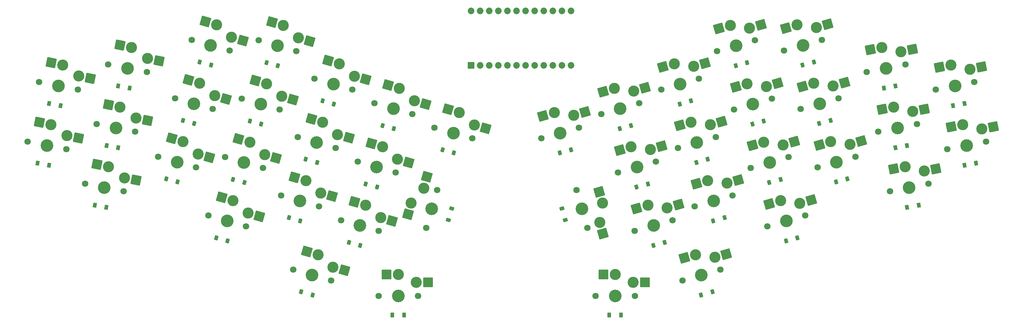
<source format=gbr>
%TF.GenerationSoftware,KiCad,Pcbnew,(6.0.7-1)-1*%
%TF.CreationDate,2022-08-01T13:03:47+02:00*%
%TF.ProjectId,green60-test2,67726565-6e36-4302-9d74-657374322e6b,v1.0.0*%
%TF.SameCoordinates,Original*%
%TF.FileFunction,Soldermask,Bot*%
%TF.FilePolarity,Negative*%
%FSLAX46Y46*%
G04 Gerber Fmt 4.6, Leading zero omitted, Abs format (unit mm)*
G04 Created by KiCad (PCBNEW (6.0.7-1)-1) date 2022-08-01 13:03:47*
%MOMM*%
%LPD*%
G01*
G04 APERTURE LIST*
G04 Aperture macros list*
%AMRoundRect*
0 Rectangle with rounded corners*
0 $1 Rounding radius*
0 $2 $3 $4 $5 $6 $7 $8 $9 X,Y pos of 4 corners*
0 Add a 4 corners polygon primitive as box body*
4,1,4,$2,$3,$4,$5,$6,$7,$8,$9,$2,$3,0*
0 Add four circle primitives for the rounded corners*
1,1,$1+$1,$2,$3*
1,1,$1+$1,$4,$5*
1,1,$1+$1,$6,$7*
1,1,$1+$1,$8,$9*
0 Add four rect primitives between the rounded corners*
20,1,$1+$1,$2,$3,$4,$5,0*
20,1,$1+$1,$4,$5,$6,$7,0*
20,1,$1+$1,$6,$7,$8,$9,0*
20,1,$1+$1,$8,$9,$2,$3,0*%
G04 Aperture macros list end*
%ADD10RoundRect,0.050000X-1.524167X-1.028064X1.028064X-1.524167X1.524167X1.028064X-1.028064X1.524167X0*%
%ADD11C,3.100000*%
%ADD12RoundRect,0.050000X-0.556218X-0.503112X0.327247X-0.674840X0.556218X0.503112X-0.327247X0.674840X0*%
%ADD13C,1.801800*%
%ADD14C,3.529000*%
%ADD15RoundRect,0.050000X-1.607969X-0.891312X0.891312X-1.607969X1.607969X0.891312X-0.891312X1.607969X0*%
%ADD16RoundRect,0.050000X-0.597950X-0.452720X0.267185X-0.700794X0.597950X0.452720X-0.267185X0.700794X0*%
%ADD17RoundRect,0.050000X0.891312X-1.607969X1.607969X0.891312X-0.891312X1.607969X-1.607969X-0.891312X0*%
%ADD18RoundRect,0.050000X0.452720X-0.597950X0.700794X0.267185X-0.452720X0.597950X-0.700794X-0.267185X0*%
%ADD19RoundRect,0.050000X-1.300000X-1.300000X1.300000X-1.300000X1.300000X1.300000X-1.300000X1.300000X0*%
%ADD20RoundRect,0.050000X-0.450000X-0.600000X0.450000X-0.600000X0.450000X0.600000X-0.450000X0.600000X0*%
%ADD21RoundRect,0.050000X-1.028064X-1.524167X1.524167X-1.028064X1.028064X1.524167X-1.524167X1.028064X0*%
%ADD22RoundRect,0.050000X-0.327247X-0.674840X0.556218X-0.503112X0.327247X0.674840X-0.556218X0.503112X0*%
%ADD23RoundRect,0.050000X-0.891312X-1.607969X1.607969X-0.891312X0.891312X1.607969X-1.607969X0.891312X0*%
%ADD24RoundRect,0.050000X-0.267185X-0.700794X0.597950X-0.452720X0.267185X0.700794X-0.597950X0.452720X0*%
%ADD25RoundRect,0.050000X-1.607969X0.891312X-0.891312X-1.607969X1.607969X-0.891312X0.891312X1.607969X0*%
%ADD26RoundRect,0.050000X-0.700794X0.267185X-0.452720X-0.597950X0.700794X-0.267185X0.452720X0.597950X0*%
%ADD27C,1.852600*%
%ADD28RoundRect,0.050000X-0.876300X-0.876300X0.876300X-0.876300X0.876300X0.876300X-0.876300X0.876300X0*%
G04 APERTURE END LIST*
D10*
%TO.C,S1*%
X38373682Y-54329290D03*
X27455667Y-49965867D03*
D11*
X30670497Y-50590766D03*
X35158853Y-53704391D03*
D12*
X26897723Y-61352613D03*
X30137093Y-61982282D03*
D13*
X24136233Y-55381999D03*
X34934133Y-57480897D03*
D14*
X29535183Y-56431448D03*
%TD*%
D10*
%TO.C,S2*%
X41617435Y-37641628D03*
X30699420Y-33278205D03*
D11*
X33914250Y-33903104D03*
X38402606Y-37016729D03*
D12*
X30141476Y-44664951D03*
X33380846Y-45294620D03*
D13*
X27379986Y-38694337D03*
X38177886Y-40793235D03*
D14*
X32778936Y-39743786D03*
%TD*%
D10*
%TO.C,S3*%
X54421095Y-66107683D03*
X43503080Y-61744260D03*
D11*
X46717910Y-62369159D03*
X51206266Y-65482784D03*
D12*
X42945136Y-73131006D03*
X46184506Y-73760675D03*
D13*
X40183646Y-67160392D03*
X50981546Y-69259290D03*
D14*
X45582596Y-68209841D03*
%TD*%
D10*
%TO.C,S4*%
X57664848Y-49420021D03*
X46746833Y-45056598D03*
D11*
X49961663Y-45681497D03*
X54450019Y-48795122D03*
D12*
X46188889Y-56443344D03*
X49428259Y-57073013D03*
D13*
X43427399Y-50472730D03*
X54225299Y-52571628D03*
D14*
X48826349Y-51522179D03*
%TD*%
D10*
%TO.C,S5*%
X60908601Y-32732359D03*
X49990586Y-28368936D03*
D11*
X53205416Y-28993835D03*
X57693772Y-32107460D03*
D12*
X49432642Y-39755682D03*
X52672012Y-40385351D03*
D13*
X46671152Y-33785068D03*
X57469052Y-35883966D03*
D14*
X52070102Y-34834517D03*
%TD*%
D15*
%TO.C,S6*%
X74915400Y-59755120D03*
X64419229Y-54456733D03*
D11*
X67567361Y-55359445D03*
X71767268Y-58852407D03*
D16*
X62870988Y-65751520D03*
X66043151Y-66661124D03*
D13*
X60640380Y-59562947D03*
X71214258Y-62594957D03*
D14*
X65927319Y-61078952D03*
%TD*%
D15*
%TO.C,S7*%
X79601235Y-43413671D03*
X69105064Y-38115284D03*
D11*
X72253196Y-39017996D03*
X76453103Y-42510958D03*
D16*
X67556823Y-49410071D03*
X70728986Y-50319675D03*
D13*
X65326215Y-43221498D03*
X75900093Y-46253508D03*
D14*
X70613154Y-44737503D03*
%TD*%
D15*
%TO.C,S8*%
X84287070Y-27072223D03*
X73790899Y-21773836D03*
D11*
X76939031Y-22676548D03*
X81138938Y-26169510D03*
D16*
X72242658Y-33068623D03*
X75414821Y-33978227D03*
D13*
X70012050Y-26880050D03*
X80585928Y-29912060D03*
D14*
X75298989Y-28396055D03*
%TD*%
D15*
%TO.C,S9*%
X88910462Y-76251733D03*
X78414291Y-70953346D03*
D11*
X81562423Y-71856058D03*
X85762330Y-75349020D03*
D16*
X76866050Y-82248133D03*
X80038213Y-83157737D03*
D13*
X74635442Y-76059560D03*
X85209320Y-79091570D03*
D14*
X79922381Y-77575565D03*
%TD*%
D15*
%TO.C,S10*%
X93596297Y-59910284D03*
X83100126Y-54611897D03*
D11*
X86248258Y-55514609D03*
X90448165Y-59007571D03*
D16*
X81551885Y-65906684D03*
X84724048Y-66816288D03*
D13*
X79321277Y-59718111D03*
X89895155Y-62750121D03*
D14*
X84608216Y-61234116D03*
%TD*%
D15*
%TO.C,S11*%
X98282132Y-43568835D03*
X87785961Y-38270448D03*
D11*
X90934093Y-39173160D03*
X95134000Y-42666122D03*
D16*
X86237720Y-49565235D03*
X89409883Y-50474839D03*
D13*
X84007112Y-43376662D03*
X94580990Y-46408672D03*
D14*
X89294051Y-44892667D03*
%TD*%
D15*
%TO.C,S12*%
X102967967Y-27227387D03*
X92471796Y-21929000D03*
D11*
X95619928Y-22831712D03*
X99819835Y-26324674D03*
D16*
X90923555Y-33223787D03*
X94095718Y-34133391D03*
D13*
X88692947Y-27035214D03*
X99266825Y-30067224D03*
D14*
X93979886Y-28551219D03*
%TD*%
D15*
%TO.C,S13*%
X109245184Y-70639327D03*
X98749013Y-65340940D03*
D11*
X101897145Y-66243652D03*
X106097052Y-69736614D03*
D16*
X97200772Y-76635727D03*
X100372935Y-77545331D03*
D13*
X94970164Y-70447154D03*
X105544042Y-73479164D03*
D14*
X100257103Y-71963159D03*
%TD*%
D15*
%TO.C,S14*%
X113931019Y-54297878D03*
X103434848Y-48999491D03*
D11*
X106582980Y-49902203D03*
X110782887Y-53395165D03*
D16*
X101886607Y-60294278D03*
X105058770Y-61203882D03*
D13*
X99655999Y-54105705D03*
X110229877Y-57137715D03*
D14*
X104942938Y-55621710D03*
%TD*%
D15*
%TO.C,S15*%
X118616854Y-37956429D03*
X108120683Y-32658042D03*
D11*
X111268815Y-33560754D03*
X115468722Y-37053716D03*
D16*
X106572442Y-43952829D03*
X109744605Y-44862433D03*
D13*
X104341834Y-37764256D03*
X114915712Y-40796266D03*
D14*
X109628773Y-39280261D03*
%TD*%
D15*
%TO.C,S16*%
X125996619Y-77523323D03*
X115500448Y-72224936D03*
D11*
X118648580Y-73127648D03*
X122848487Y-76620610D03*
D16*
X113952207Y-83519723D03*
X117124370Y-84429327D03*
D13*
X111721599Y-77331150D03*
X122295477Y-80363160D03*
D14*
X117008538Y-78847155D03*
%TD*%
D15*
%TO.C,S17*%
X130682454Y-61181874D03*
X120186283Y-55883487D03*
D11*
X123334415Y-56786199D03*
X127534322Y-60279161D03*
D16*
X118638042Y-67178274D03*
X121810205Y-68087878D03*
D13*
X116407434Y-60989701D03*
X126981312Y-64021711D03*
D14*
X121694373Y-62505706D03*
%TD*%
D15*
%TO.C,S18*%
X135368290Y-44840425D03*
X124872119Y-39542038D03*
D11*
X128020251Y-40444750D03*
X132220158Y-43937712D03*
D16*
X123323878Y-50836825D03*
X126496041Y-51746429D03*
D13*
X121093270Y-44648252D03*
X131667148Y-47680262D03*
D14*
X126380209Y-46164257D03*
%TD*%
D17*
%TO.C,S19*%
X135743791Y-65207929D03*
X130445404Y-75704100D03*
D11*
X131348116Y-72555968D03*
X134841078Y-68356061D03*
D18*
X141740191Y-77252341D03*
X142649795Y-74080178D03*
D13*
X135551618Y-79482949D03*
X138583628Y-68909071D03*
D14*
X137067623Y-74196010D03*
%TD*%
D15*
%TO.C,S20*%
X152147289Y-51628295D03*
X141651118Y-46329908D03*
D11*
X144799250Y-47232620D03*
X148999157Y-50725582D03*
D16*
X140102877Y-57624695D03*
X143275040Y-58534299D03*
D13*
X137872269Y-51436122D03*
X148446147Y-54468132D03*
D14*
X143159208Y-52952127D03*
%TD*%
D15*
%TO.C,S21*%
X112659429Y-91384035D03*
X102163258Y-86085648D03*
D11*
X105311390Y-86988360D03*
X109511297Y-90481322D03*
D16*
X100615017Y-97380435D03*
X103787180Y-98290039D03*
D13*
X98384409Y-91191862D03*
X108958287Y-94223872D03*
D14*
X103671348Y-92707867D03*
%TD*%
D19*
%TO.C,S22*%
X136033921Y-94767484D03*
X124483921Y-92567484D03*
D11*
X127758921Y-92567484D03*
X132758921Y-94767484D03*
D20*
X126108921Y-103851484D03*
X129408921Y-103851484D03*
D13*
X122258921Y-98517484D03*
X133258921Y-98517484D03*
D14*
X127758921Y-98517484D03*
%TD*%
D21*
%TO.C,S23*%
X294007493Y-51171402D03*
X282249919Y-51215666D03*
D11*
X285464748Y-50590766D03*
X290792664Y-51796301D03*
D22*
X285998152Y-61982282D03*
X289237522Y-61352613D03*
D13*
X281201112Y-57480897D03*
X291999012Y-55381999D03*
D14*
X286600062Y-56431448D03*
%TD*%
D21*
%TO.C,S24*%
X290763740Y-34483740D03*
X279006166Y-34528004D03*
D11*
X282220995Y-33903104D03*
X287548911Y-35108639D03*
D22*
X282754399Y-45294620D03*
X285993769Y-44664951D03*
D13*
X277957359Y-40793235D03*
X288755259Y-38694337D03*
D14*
X283356309Y-39743786D03*
%TD*%
D21*
%TO.C,S25*%
X277960080Y-62949795D03*
X266202506Y-62994059D03*
D11*
X269417335Y-62369159D03*
X274745251Y-63574694D03*
D22*
X269950739Y-73760675D03*
X273190109Y-73131006D03*
D13*
X265153699Y-69259290D03*
X275951599Y-67160392D03*
D14*
X270552649Y-68209841D03*
%TD*%
D21*
%TO.C,S26*%
X274716327Y-46262133D03*
X262958753Y-46306397D03*
D11*
X266173582Y-45681497D03*
X271501498Y-46887032D03*
D22*
X266706986Y-57073013D03*
X269946356Y-56443344D03*
D13*
X261909946Y-52571628D03*
X272707846Y-50472730D03*
D14*
X267308896Y-51522179D03*
%TD*%
D21*
%TO.C,S27*%
X271472574Y-29574471D03*
X259715000Y-29618735D03*
D11*
X262929829Y-28993835D03*
X268257745Y-30199370D03*
D22*
X263463233Y-40385351D03*
X266702603Y-39755682D03*
D13*
X258666193Y-35883966D03*
X269464093Y-33785068D03*
D14*
X264065143Y-34834517D03*
%TD*%
D23*
%TO.C,S28*%
X257128726Y-55193322D03*
X245419752Y-56262157D03*
D11*
X248567884Y-55359445D03*
X253980594Y-56096034D03*
D24*
X250092094Y-66661124D03*
X253264257Y-65751520D03*
D13*
X244920987Y-62594957D03*
X255494865Y-59562947D03*
D14*
X250207926Y-61078952D03*
%TD*%
D23*
%TO.C,S29*%
X252442891Y-38851873D03*
X240733917Y-39920708D03*
D11*
X243882049Y-39017996D03*
X249294759Y-39754585D03*
D24*
X245406259Y-50319675D03*
X248578422Y-49410071D03*
D13*
X240235152Y-46253508D03*
X250809030Y-43221498D03*
D14*
X245522091Y-44737503D03*
%TD*%
D23*
%TO.C,S30*%
X247757056Y-22510425D03*
X236048082Y-23579260D03*
D11*
X239196214Y-22676548D03*
X244608924Y-23413137D03*
D24*
X240720424Y-33978227D03*
X243892587Y-33068623D03*
D13*
X235549317Y-29912060D03*
X246123195Y-26880050D03*
D14*
X240836256Y-28396055D03*
%TD*%
D23*
%TO.C,S31*%
X243133664Y-71689935D03*
X231424690Y-72758770D03*
D11*
X234572822Y-71856058D03*
X239985532Y-72592647D03*
D24*
X236097032Y-83157737D03*
X239269195Y-82248133D03*
D13*
X230925925Y-79091570D03*
X241499803Y-76059560D03*
D14*
X236212864Y-77575565D03*
%TD*%
D23*
%TO.C,S32*%
X238447829Y-55348486D03*
X226738855Y-56417321D03*
D11*
X229886987Y-55514609D03*
X235299697Y-56251198D03*
D24*
X231411197Y-66816288D03*
X234583360Y-65906684D03*
D13*
X226240090Y-62750121D03*
X236813968Y-59718111D03*
D14*
X231527029Y-61234116D03*
%TD*%
D23*
%TO.C,S33*%
X233761994Y-39007037D03*
X222053020Y-40075872D03*
D11*
X225201152Y-39173160D03*
X230613862Y-39909749D03*
D24*
X226725362Y-50474839D03*
X229897525Y-49565235D03*
D13*
X221554255Y-46408672D03*
X232128133Y-43376662D03*
D14*
X226841194Y-44892667D03*
%TD*%
D23*
%TO.C,S34*%
X229076159Y-22665589D03*
X217367185Y-23734424D03*
D11*
X220515317Y-22831712D03*
X225928027Y-23568301D03*
D24*
X222039527Y-34133391D03*
X225211690Y-33223787D03*
D13*
X216868420Y-30067224D03*
X227442298Y-27035214D03*
D14*
X222155359Y-28551219D03*
%TD*%
D23*
%TO.C,S35*%
X222798942Y-66077529D03*
X211089968Y-67146364D03*
D11*
X214238100Y-66243652D03*
X219650810Y-66980241D03*
D24*
X215762310Y-77545331D03*
X218934473Y-76635727D03*
D13*
X210591203Y-73479164D03*
X221165081Y-70447154D03*
D14*
X215878142Y-71963159D03*
%TD*%
D23*
%TO.C,S36*%
X218113107Y-49736080D03*
X206404133Y-50804915D03*
D11*
X209552265Y-49902203D03*
X214964975Y-50638792D03*
D24*
X211076475Y-61203882D03*
X214248638Y-60294278D03*
D13*
X205905368Y-57137715D03*
X216479246Y-54105705D03*
D14*
X211192307Y-55621710D03*
%TD*%
D23*
%TO.C,S37*%
X213427272Y-33394631D03*
X201718298Y-34463466D03*
D11*
X204866430Y-33560754D03*
X210279140Y-34297343D03*
D24*
X206390640Y-44862433D03*
X209562803Y-43952829D03*
D13*
X201219533Y-40796266D03*
X211793411Y-37764256D03*
D14*
X206506472Y-39280261D03*
%TD*%
D23*
%TO.C,S38*%
X206047507Y-72961525D03*
X194338533Y-74030360D03*
D11*
X197486665Y-73127648D03*
X202899375Y-73864237D03*
D24*
X199010875Y-84429327D03*
X202183038Y-83519723D03*
D13*
X193839768Y-80363160D03*
X204413646Y-77331150D03*
D14*
X199126707Y-78847155D03*
%TD*%
D23*
%TO.C,S39*%
X201361672Y-56620076D03*
X189652698Y-57688911D03*
D11*
X192800830Y-56786199D03*
X198213540Y-57522788D03*
D24*
X194325040Y-68087878D03*
X197497203Y-67178274D03*
D13*
X189153933Y-64021711D03*
X199727811Y-60989701D03*
D14*
X194440872Y-62505706D03*
%TD*%
D23*
%TO.C,S40*%
X196675837Y-40278627D03*
X184966863Y-41347462D03*
D11*
X188114995Y-40444750D03*
X193527705Y-41181339D03*
D24*
X189639205Y-51746429D03*
X192811368Y-50836825D03*
D13*
X184468098Y-47680262D03*
X195041976Y-44648252D03*
D14*
X189755037Y-46164257D03*
%TD*%
D25*
%TO.C,S41*%
X184953253Y-81116810D03*
X183884418Y-69407836D03*
D11*
X184787130Y-72555968D03*
X184050541Y-77968678D03*
D26*
X173485451Y-74080178D03*
X174395055Y-77252341D03*
D13*
X177551618Y-68909071D03*
X180583628Y-79482949D03*
D14*
X179067623Y-74196010D03*
%TD*%
D23*
%TO.C,S42*%
X179896837Y-47066497D03*
X168187863Y-48135332D03*
D11*
X171335995Y-47232620D03*
X176748705Y-47969209D03*
D24*
X172860205Y-58534299D03*
X176032368Y-57624695D03*
D13*
X167689098Y-54468132D03*
X178262976Y-51436122D03*
D14*
X172976037Y-52952127D03*
%TD*%
D23*
%TO.C,S43*%
X219384697Y-86822237D03*
X207675723Y-87891072D03*
D11*
X210823855Y-86988360D03*
X216236565Y-87724949D03*
D24*
X212348065Y-98290039D03*
X215520228Y-97380435D03*
D13*
X207176958Y-94223872D03*
X217750836Y-91191862D03*
D14*
X212463897Y-92707867D03*
%TD*%
D19*
%TO.C,S44*%
X196651324Y-94767484D03*
X185101324Y-92567484D03*
D11*
X188376324Y-92567484D03*
X193376324Y-94767484D03*
D20*
X186726324Y-103851484D03*
X190026324Y-103851484D03*
D13*
X182876324Y-98517484D03*
X193876324Y-98517484D03*
D14*
X188376324Y-98517484D03*
%TD*%
D27*
%TO.C,MCU1*%
X176005183Y-18811448D03*
X173465183Y-18811448D03*
X170925183Y-18811448D03*
X168385183Y-18811448D03*
X165845183Y-18811448D03*
X163305183Y-18811448D03*
X160765183Y-18811448D03*
X158225183Y-18811448D03*
X155685183Y-18811448D03*
X153145183Y-18811448D03*
X150605183Y-18811448D03*
X148065183Y-18811448D03*
X176005183Y-34051448D03*
X173465183Y-34051448D03*
X170925183Y-34051448D03*
X168385183Y-34051448D03*
X165845183Y-34051448D03*
X163305183Y-34051448D03*
X160765183Y-34051448D03*
X158225183Y-34051448D03*
X155685183Y-34051448D03*
X153145183Y-34051448D03*
X150605183Y-34051448D03*
D28*
X148065183Y-34051448D03*
%TD*%
M02*

</source>
